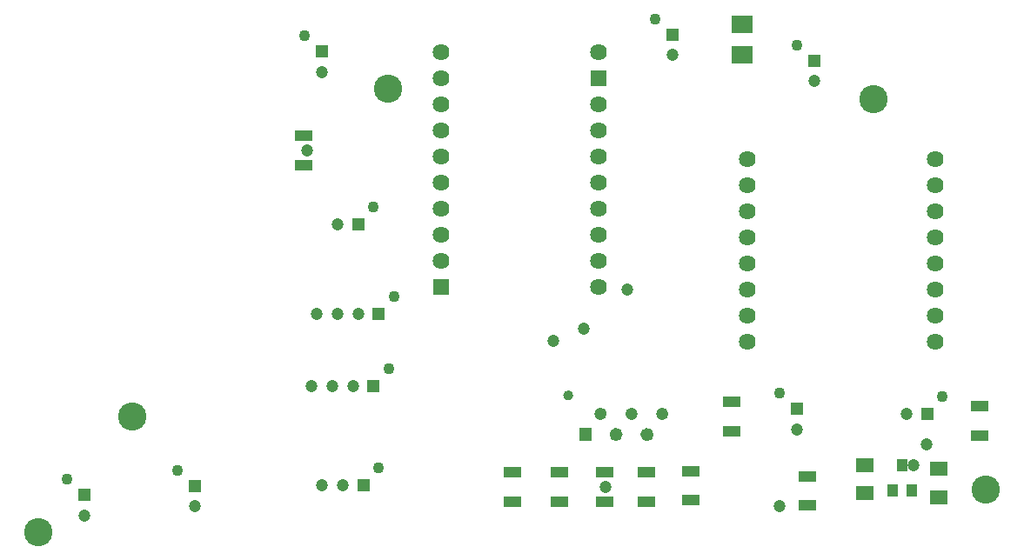
<source format=gbr>
%TF.GenerationSoftware,Altium Limited,Altium Designer,23.1.1 (15)*%
G04 Layer_Color=8388736*
%FSLAX45Y45*%
%MOMM*%
%TF.SameCoordinates,C52F0387-6C9F-4DBB-ABB6-C867BCF9EA55*%
%TF.FilePolarity,Negative*%
%TF.FileFunction,Soldermask,Top*%
%TF.Part,Single*%
G01*
G75*
%TA.AperFunction,SMDPad,CuDef*%
%ADD10R,1.71213X1.05814*%
%TA.AperFunction,ConnectorPad*%
%ADD12R,1.75822X1.40375*%
%ADD14R,1.71213X1.05814*%
%TA.AperFunction,ComponentPad*%
%ADD20C,1.20000*%
%ADD21R,1.20000X1.20000*%
%ADD22C,1.10000*%
%ADD23R,1.20000X1.20000*%
%TA.AperFunction,NonConductor*%
%ADD33C,0.47620*%
%ADD34C,0.60120*%
%ADD35C,0.65120*%
%TA.AperFunction,ConnectorPad*%
%ADD36R,2.10320X1.70320*%
%ADD37R,1.10320X1.15320*%
%TA.AperFunction,ComponentPad*%
%ADD38R,1.20240X1.20240*%
%ADD39C,1.20240*%
%ADD40C,1.25240*%
%TA.AperFunction,ViaPad*%
%ADD41C,2.74320*%
%TA.AperFunction,ComponentPad*%
%ADD42C,1.62560*%
%ADD43R,1.57480X1.57480*%
%ADD44C,0.95240*%
%TA.AperFunction,ViaPad*%
%ADD45C,1.20320*%
G36*
X-4042679Y1111480D02*
X-4162920D01*
Y1231720D01*
X-4042679D01*
Y1111480D01*
D02*
G37*
D10*
X-4813300Y517703D02*
D03*
X-4356100D02*
D03*
X-3911600D02*
D03*
X-3505200D02*
D03*
X-3073400Y815802D02*
D03*
X-4813300Y803097D02*
D03*
X-4356100D02*
D03*
X-3911600D02*
D03*
X-3505200D02*
D03*
X-3073400Y530403D02*
D03*
X-6845300Y4079697D02*
D03*
Y3794303D02*
D03*
X-1943100Y764997D02*
D03*
Y479603D02*
D03*
X-2679700Y1488897D02*
D03*
Y1203498D02*
D03*
D12*
X-1384300Y599039D02*
D03*
Y874161D02*
D03*
X-660400Y836061D02*
D03*
Y560939D02*
D03*
D14*
X-266700Y1447800D02*
D03*
Y1162406D02*
D03*
D20*
X-1873799Y4611700D02*
D03*
X-3251200Y4864100D02*
D03*
X-6667500Y4702200D02*
D03*
X-6713499Y2343699D02*
D03*
X-6513500D02*
D03*
X-6313500D02*
D03*
X-6762699Y1638300D02*
D03*
X-6562700D02*
D03*
X-6362700D02*
D03*
X-974700Y1371600D02*
D03*
X-2038899Y1220800D02*
D03*
X-8973099Y382600D02*
D03*
X-6661099Y673100D02*
D03*
X-6461100D02*
D03*
X-7899400Y469900D02*
D03*
X-6513500Y3219999D02*
D03*
D21*
X-1873799Y4811700D02*
D03*
X-3251200Y5064100D02*
D03*
X-6667500Y4902200D02*
D03*
X-2038899Y1420800D02*
D03*
X-8973099Y582600D02*
D03*
X-7899400Y669900D02*
D03*
D22*
X-2043801Y4961702D02*
D03*
X-3421202Y5214102D02*
D03*
X-6837502Y5052202D02*
D03*
X-5963498Y2513701D02*
D03*
X-6012698Y1808302D02*
D03*
X-624698Y1541602D02*
D03*
X-2208901Y1570802D02*
D03*
X-9143101Y732602D02*
D03*
X-6111098Y843102D02*
D03*
X-8069402Y819902D02*
D03*
X-6163498Y3390001D02*
D03*
D23*
X-6113501Y2343699D02*
D03*
X-6162700Y1638300D02*
D03*
X-774700Y1371600D02*
D03*
X-6261100Y673100D02*
D03*
X-6313500Y3219999D02*
D03*
D33*
X-4243989Y1551600D02*
G03*
X-4243989Y1551600I-23810J0D01*
G01*
D34*
X-3922740Y1371600D02*
G03*
X-3922740Y1371600I-30060J0D01*
G01*
X-3622740D02*
G03*
X-3622740Y1371600I-30060J0D01*
G01*
X-3322740D02*
G03*
X-3322740Y1371600I-30060J0D01*
G01*
D35*
X-3772740Y1171600D02*
G03*
X-3772740Y1171600I-30060J0D01*
G01*
X-3472740D02*
G03*
X-3472740Y1171600I-30060J0D01*
G01*
D36*
X-2578100Y4864100D02*
D03*
Y5164099D02*
D03*
D37*
X-1111001Y624302D02*
D03*
X-1016000Y874298D02*
D03*
X-920999Y624302D02*
D03*
D38*
X-4102801Y1171600D02*
D03*
D39*
X-3952799Y1371600D02*
D03*
X-3652799D02*
D03*
X-3352800D02*
D03*
D40*
X-3802802Y1171600D02*
D03*
X-3502797D02*
D03*
D41*
X-8509000Y1346200D02*
D03*
X-1295400Y4432300D02*
D03*
X-203200Y635000D02*
D03*
X-9423400Y215900D02*
D03*
X-6019800Y4533900D02*
D03*
D42*
X-3975100Y4889500D02*
D03*
Y4381500D02*
D03*
Y4127500D02*
D03*
Y3873500D02*
D03*
Y3619500D02*
D03*
Y3365500D02*
D03*
Y3111500D02*
D03*
Y2857500D02*
D03*
Y2603500D02*
D03*
X-5501640Y4889500D02*
D03*
Y4635500D02*
D03*
Y4381500D02*
D03*
Y4127500D02*
D03*
Y3873500D02*
D03*
Y3619500D02*
D03*
Y3365500D02*
D03*
Y3111500D02*
D03*
Y2857500D02*
D03*
X-2527300Y3086100D02*
D03*
Y3340100D02*
D03*
Y3594100D02*
D03*
Y3848100D02*
D03*
Y2832100D02*
D03*
Y2578100D02*
D03*
Y2324100D02*
D03*
Y2070100D02*
D03*
X-698500Y3086100D02*
D03*
Y3340100D02*
D03*
Y3594100D02*
D03*
Y3848100D02*
D03*
Y2832100D02*
D03*
Y2578100D02*
D03*
Y2324100D02*
D03*
Y2070100D02*
D03*
D43*
X-3975100Y4635500D02*
D03*
X-5501640Y2603500D02*
D03*
D44*
X-4267799Y1551600D02*
D03*
D45*
X-2212340Y469900D02*
D03*
X-4417060Y2082800D02*
D03*
X-4114800Y2202180D02*
D03*
X-3695700Y2578100D02*
D03*
X-3903980Y660400D02*
D03*
X-911860Y874298D02*
D03*
X-6812280Y3937000D02*
D03*
X-782320Y1074420D02*
D03*
%TF.MD5,cf183557560f706a8a2f650d09ceeb19*%
M02*

</source>
